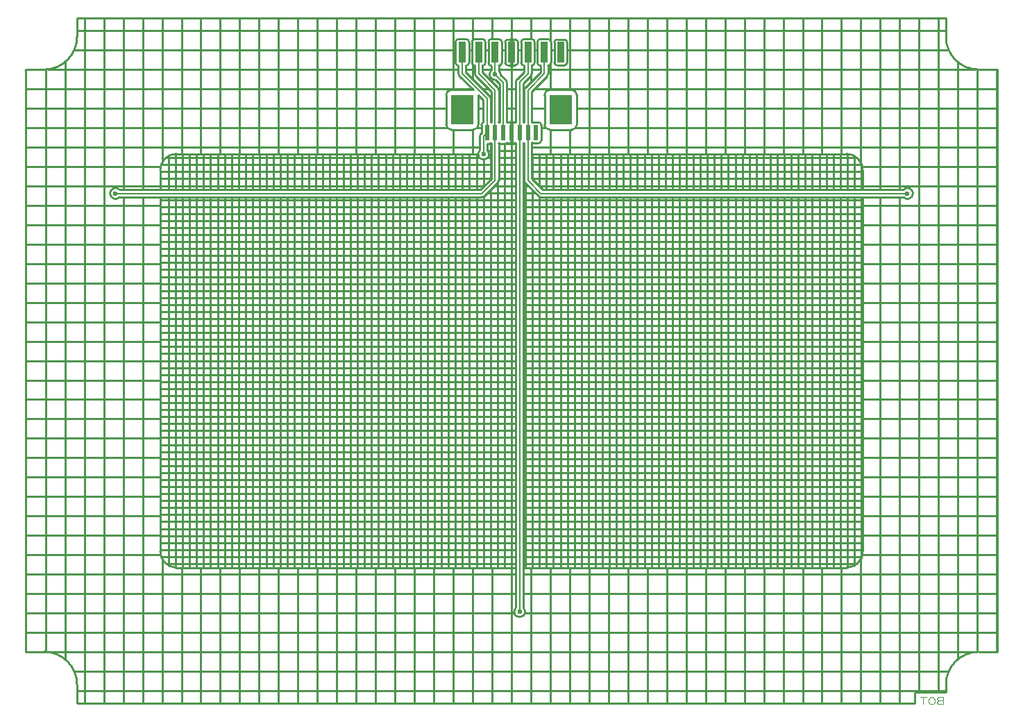
<source format=gbr>
G04 GENERATED BY PULSONIX 7.0 GERBER.DLL 4573*
%INHILLSTAR_95X60_EL_V1_0*%
%LNGERBER_BOTTOM*%
%FSLAX33Y33*%
%IPPOS*%
%LPD*%
%OFA0B0*%
%MOMM*%
%ADD15C,0.125*%
%ADD145C,0.400*%
%ADD146C,0.250*%
%ADD180C,0.600*%
%ADD345C,0.150*%
%ADD403R,0.600X1.900*%
%ADD410R,2.700X3.600*%
%ADD5672R,0.900X2.500*%
X0Y0D02*
D02*
D15*
X182151Y85574D02*
X182004Y85500D01*
X181930Y85353*
X182004Y85206*
X182151Y85133*
X182666*
Y86015*
X182151*
X182004Y85941*
X181930Y85794*
X182004Y85647*
X182151Y85574*
X182666*
X181653Y85427D02*
X181653Y85721D01*
X181580Y85868*
X181506Y85941*
X181359Y86015*
X181212*
X181065Y85941*
X180991Y85868*
X180918Y85721*
Y85427*
X180991Y85280*
X181065Y85206*
X181212Y85133*
X181359*
X181506Y85206*
X181580Y85280*
X181653Y85427*
X180273Y85133D02*
X180273Y86015D01*
X180641D02*
X179905Y86015D01*
D02*
D145*
X130028Y154087D02*
Y153487D01*
Y155587D02*
Y156187D01*
Y163587D02*
Y162987D01*
Y165687D02*
Y166287D01*
D02*
D146*
X70728Y162437D02*
Y91537D01*
X73028*
G75*
G02X77028Y87537J-4000*
G01*
Y85237*
X179228*
Y86437*
G75*
G02X179428Y86637I200*
G01*
X183028*
Y87537*
G75*
G02X187028Y91537I4000*
G01*
X189328*
Y162537*
X187028*
G75*
G02X183028Y166537J4000*
G01*
Y168837*
X77028*
Y166537*
G75*
G02X73028Y162537I-4000*
G01*
X70828*
G75*
G03X70728Y162437J-100*
G01*
X82231Y146987D02*
G75*
G02X81053Y147437I-503J450D01*
G01*
G75*
G02X82231Y147887I675*
G01*
X87178*
Y150272*
G75*
G02X89178Y152272I2000*
G01*
X125954*
G75*
G02X126178Y152740I674J-35*
G01*
Y154437*
G75*
G02X126310Y154755I450*
G01*
X126353Y154798*
Y155787*
G75*
G02X126578Y156131I375*
G01*
Y158851*
X126003Y159426*
Y155837*
G75*
G02X125378Y155212I-625*
G01*
X122678*
G75*
G02X122053Y155837J625*
G01*
Y159437*
G75*
G02X122678Y160062I625*
G01*
X125367*
X123682Y161747*
G75*
G02X123550Y162065I318J318*
G01*
Y163013*
G75*
G02X123203Y163387I28J374*
G01*
Y165887*
G75*
G02X123578Y166262I375*
G01*
X124478*
G75*
G02X124853Y165887J-375*
G01*
Y163387*
G75*
G02X124478Y163012I-375*
G01*
X124450*
Y162251*
X127346Y159355*
G75*
G02X127478Y159037I-318J-318*
G01*
Y156131*
G75*
G02X127528Y156104I-153J-344*
G01*
G75*
G02X127578Y156131I203J-317*
G01*
Y159851*
X125710Y161719*
G75*
G02X125578Y162037I318J318*
G01*
Y163012*
G75*
G02X125203Y163387J375*
G01*
Y165887*
G75*
G02X125578Y166262I375*
G01*
X126478*
G75*
G02X126853Y165887J-375*
G01*
Y163387*
G75*
G02X126478Y163012I-375*
G01*
Y162223*
X128346Y160355*
G75*
G02X128478Y160037I-318J-318*
G01*
Y156131*
G75*
G02X128528Y156104I-153J-344*
G01*
G75*
G02X128578Y156131I203J-317*
G01*
Y160751*
X128066Y161263*
G75*
G02X127578Y162440I-38J674*
G01*
Y163012*
G75*
G02X127203Y163387J375*
G01*
Y165887*
G75*
G02X127578Y166262I375*
G01*
X128478*
G75*
G02X128853Y165887J-375*
G01*
Y163387*
G75*
G02X128478Y163012I-375*
G01*
Y162440*
G75*
G02X128702Y161899I-450J-503*
G01*
X129346Y161255*
G75*
G02X129478Y160937I-318J-318*
G01*
Y156131*
G75*
G02X129572Y156072I-151J-345*
G01*
G75*
G02X129728Y156112I156J-285*
G01*
X130328*
G75*
G02X130484Y156072J-325*
G01*
G75*
G02X130570Y156127I243J-286*
G01*
Y161037*
G75*
G02X130704Y161361I458*
G01*
X131570Y162227*
Y163012*
G75*
G02X131203Y163387I8J375*
G01*
Y165887*
G75*
G02X131578Y166262I375*
G01*
X132478*
G75*
G02X132853Y165887J-375*
G01*
Y163387*
G75*
G02X132486Y163012I-375*
G01*
Y162037*
G75*
G02X132352Y161713I-458*
G01*
X131486Y160847*
Y156127*
G75*
G02X131528Y156104I-159J-340*
G01*
G75*
G02X131570Y156127I201J-317*
G01*
Y160037*
G75*
G02X131704Y160361I458*
G01*
X133570Y162227*
Y163012*
G75*
G02X133203Y163387I8J375*
G01*
Y165887*
G75*
G02X133578Y166262I375*
G01*
X134478*
G75*
G02X134853Y165887J-375*
G01*
Y163387*
G75*
G02X134486Y163012I-375*
G01*
Y162037*
G75*
G02X134352Y161713I-458*
G01*
X132486Y159847*
Y156127*
G75*
G02X132572Y156072I-157J-341*
G01*
G75*
G02X132728Y156112I156J-285*
G01*
X133328*
G75*
G02X133653Y155787J-325*
G01*
Y153887*
G75*
G02X133328Y153562I-325*
G01*
X132728*
G75*
G02X132572Y153602J325*
G01*
G75*
G02X132486Y153547I-243J286*
G01*
Y152272*
X170878*
G75*
G02X172878Y150272J-2000*
G01*
Y147895*
X177832*
G75*
G02X179003Y147437I496J-458*
G01*
G75*
G02X177832Y146979I-675*
G01*
X172878*
Y103802*
G75*
G02X170878Y101802I-2000*
G01*
X131486*
Y96933*
G75*
G02X131703Y96437I-458J-496*
G01*
G75*
G02X130353I-675*
G01*
G75*
G02X130570Y96933I675*
G01*
Y101802*
X89178*
G75*
G02X87178Y103802J2000*
G01*
Y146987*
X82231*
X129253Y163387D02*
Y165887D01*
G75*
G02X129578Y166212I325*
G01*
X130478*
G75*
G02X130803Y165887J-325*
G01*
Y163387*
G75*
G02X130478Y163062I-325*
G01*
X129578*
G75*
G02X129253Y163387J325*
G01*
X134053Y155837D02*
Y159437D01*
G75*
G02X134678Y160062I625*
G01*
X137378*
G75*
G02X138003Y159437J-625*
G01*
Y155837*
G75*
G02X137378Y155212I-625*
G01*
X134678*
G75*
G02X134053Y155837J625*
G01*
X135253Y163387D02*
Y165887D01*
G75*
G02X135578Y166212I325*
G01*
X136478*
G75*
G02X136803Y165887J-325*
G01*
Y163387*
G75*
G02X136478Y163062I-325*
G01*
X135578*
G75*
G02X135253Y163387J325*
G01*
X77028Y86780D02*
X183028D01*
X76689Y89149D02*
X183367D01*
X73432Y91517D02*
X186624D01*
X70728Y93885D02*
X189328D01*
X70728Y96253D02*
X130379D01*
X131677D02*
X189328D01*
X70728Y98621D02*
X130570D01*
X131486D02*
X189328D01*
X70728Y100989D02*
X130570D01*
X131486D02*
X189328D01*
X70728Y103357D02*
X87228D01*
X172828D02*
X189328D01*
X70728Y105725D02*
X87178D01*
X172878D02*
X189328D01*
X70728Y108093D02*
X87178D01*
X172878D02*
X189328D01*
X70728Y110461D02*
X87178D01*
X172878D02*
X189328D01*
X70728Y112829D02*
X87178D01*
X172878D02*
X189328D01*
X70728Y115197D02*
X87178D01*
X172878D02*
X189328D01*
X70728Y117565D02*
X87178D01*
X172878D02*
X189328D01*
X70728Y119933D02*
X87178D01*
X172878D02*
X189328D01*
X70728Y122301D02*
X87178D01*
X172878D02*
X189328D01*
X70728Y124669D02*
X87178D01*
X172878D02*
X189328D01*
X70728Y127037D02*
X87178D01*
X172878D02*
X189328D01*
X70728Y129405D02*
X87178D01*
X172878D02*
X189328D01*
X70728Y131773D02*
X87178D01*
X172878D02*
X189328D01*
X70728Y134141D02*
X87178D01*
X172878D02*
X189328D01*
X70728Y136509D02*
X87178D01*
X172878D02*
X189328D01*
X70728Y138877D02*
X87178D01*
X172878D02*
X189328D01*
X70728Y141245D02*
X87178D01*
X172878D02*
X189328D01*
X70728Y143613D02*
X87178D01*
X172878D02*
X189328D01*
X70728Y145981D02*
X87178D01*
X172878D02*
X189328D01*
X70728Y148349D02*
X87178D01*
X172878D02*
X189328D01*
X70728Y150717D02*
X87228D01*
X172828D02*
X189328D01*
X70728Y153085D02*
X126178D01*
X132486D02*
X189328D01*
X70728Y155453D02*
X122185D01*
X125872D02*
X126353D01*
X133653D02*
X134185D01*
X137872D02*
X189328D01*
X70728Y157821D02*
X122053D01*
X126003D02*
X126578D01*
X127478D02*
X127578D01*
X128478D02*
X128578D01*
X129478D02*
X130570D01*
X131486D02*
X131570D01*
X132486D02*
X134053D01*
X138003D02*
X189328D01*
X70728Y160189D02*
X125239D01*
X126512D02*
X127239D01*
X128452D02*
X128578D01*
X129478D02*
X130570D01*
X131486D02*
X131596D01*
X132828D02*
X189328D01*
X73432Y162557D02*
X123550D01*
X124450D02*
X125578D01*
X126478D02*
X127578D01*
X128478D02*
X131570D01*
X132486D02*
X133570D01*
X134486D02*
X186624D01*
X76689Y164925D02*
X123203D01*
X124853D02*
X125203D01*
X126853D02*
X127203D01*
X128853D02*
X129253D01*
X130803D02*
X131203D01*
X132853D02*
X133203D01*
X134853D02*
X135253D01*
X136803D02*
X183367D01*
X77028Y167294D02*
X183028D01*
X73195Y91534D02*
Y162541D01*
X75563Y90631D02*
Y163443D01*
X77931Y85237D02*
Y168837D01*
X80300Y85237D02*
Y168837D01*
X82668Y85237D02*
Y146987D01*
Y147887D02*
Y168837D01*
X85036Y85237D02*
Y146987D01*
Y147887D02*
Y168837D01*
X87404Y85237D02*
Y102880D01*
Y151195D02*
Y168837D01*
X89772Y85237D02*
Y101802D01*
Y152272D02*
Y168837D01*
X92140Y85237D02*
Y101802D01*
Y152272D02*
Y168837D01*
X94508Y85237D02*
Y101802D01*
Y152272D02*
Y168837D01*
X96876Y85237D02*
Y101802D01*
Y152272D02*
Y168837D01*
X99244Y85237D02*
Y101802D01*
Y152272D02*
Y168837D01*
X101612Y85237D02*
Y101802D01*
Y152272D02*
Y168837D01*
X103980Y85237D02*
Y101802D01*
Y152272D02*
Y168837D01*
X106348Y85237D02*
Y101802D01*
Y152272D02*
Y168837D01*
X108716Y85237D02*
Y101802D01*
Y152272D02*
Y168837D01*
X111084Y85237D02*
Y101802D01*
Y152272D02*
Y168837D01*
X113452Y85237D02*
Y101802D01*
Y152272D02*
Y168837D01*
X115820Y85237D02*
Y101802D01*
Y152272D02*
Y168837D01*
X118188Y85237D02*
Y101802D01*
Y152272D02*
Y168837D01*
X120556Y85237D02*
Y101802D01*
Y152272D02*
Y168837D01*
X122924Y85237D02*
Y101802D01*
Y152272D02*
Y155212D01*
Y160062D02*
Y168837D01*
X125292Y85237D02*
Y101802D01*
Y152272D02*
Y155212D01*
Y160062D02*
Y160137D01*
Y161409D02*
Y163145D01*
Y166129D02*
Y168837D01*
X127660Y85237D02*
Y101802D01*
Y161041D02*
Y161371D01*
Y166262D02*
Y168837D01*
X130028Y85237D02*
Y101802D01*
Y156112D02*
Y163062D01*
Y166212D02*
Y168837D01*
X132396Y85237D02*
Y101802D01*
Y161053D02*
Y161764D01*
Y166262D02*
Y168837D01*
X134764Y85237D02*
Y101802D01*
Y152272D02*
Y155212D01*
Y160062D02*
Y163145D01*
Y166129D02*
Y168837D01*
X137132Y85237D02*
Y101802D01*
Y152272D02*
Y155212D01*
Y160062D02*
Y168837D01*
X139500Y85237D02*
Y101802D01*
Y152272D02*
Y168837D01*
X141868Y85237D02*
Y101802D01*
Y152272D02*
Y168837D01*
X144236Y85237D02*
Y101802D01*
Y152272D02*
Y168837D01*
X146604Y85237D02*
Y101802D01*
Y152272D02*
Y168837D01*
X148972Y85237D02*
Y101802D01*
Y152272D02*
Y168837D01*
X151340Y85237D02*
Y101802D01*
Y152272D02*
Y168837D01*
X153708Y85237D02*
Y101802D01*
Y152272D02*
Y168837D01*
X156076Y85237D02*
Y101802D01*
Y152272D02*
Y168837D01*
X158444Y85237D02*
Y101802D01*
Y152272D02*
Y168837D01*
X160813Y85237D02*
Y101802D01*
Y152272D02*
Y168837D01*
X163181Y85237D02*
Y101802D01*
Y152272D02*
Y168837D01*
X165549Y85237D02*
Y101802D01*
Y152272D02*
Y168837D01*
X167917Y85237D02*
Y101802D01*
Y152272D02*
Y168837D01*
X170285Y85237D02*
Y101802D01*
Y152272D02*
Y168837D01*
X172653Y85237D02*
Y102880D01*
Y151195D02*
Y168837D01*
X175021Y85237D02*
Y146979D01*
Y147895D02*
Y168837D01*
X177389Y85237D02*
Y146979D01*
Y147895D02*
Y168837D01*
X179757Y86637D02*
Y168837D01*
X182125Y86637D02*
Y168837D01*
X184493Y90631D02*
Y163443D01*
X186861Y91534D02*
Y162541D01*
X189229Y91537D02*
Y162537D01*
X87178Y146987D02*
Y103802D01*
G75*
G03X89178Y101802I2000*
G01*
X130570*
Y153547*
G75*
G02X130484Y153602I157J341*
G01*
G75*
G02X130328Y153562I-156J285*
G01*
X129728*
G75*
G02X129572Y153602J325*
G01*
G75*
G02X129328Y153512I-244J285*
G01*
X128728*
G75*
G02X128528Y153570J375*
G01*
G75*
G02X128478Y153543I-203J317*
G01*
Y149037*
G75*
G02X128346Y148719I-450*
G01*
X126746Y147119*
G75*
G02X126428Y146987I-318J318*
G01*
X87178*
X87876Y102284D02*
X130570D01*
X87292Y103138D02*
X130570D01*
X87178Y103991D02*
X130570D01*
X87178Y104845D02*
X130570D01*
X87178Y105698D02*
X130570D01*
X87178Y106552D02*
X130570D01*
X87178Y107405D02*
X130570D01*
X87178Y108259D02*
X130570D01*
X87178Y109112D02*
X130570D01*
X87178Y109966D02*
X130570D01*
X87178Y110820D02*
X130570D01*
X87178Y111673D02*
X130570D01*
X87178Y112527D02*
X130570D01*
X87178Y113380D02*
X130570D01*
X87178Y114234D02*
X130570D01*
X87178Y115087D02*
X130570D01*
X87178Y115941D02*
X130570D01*
X87178Y116794D02*
X130570D01*
X87178Y117648D02*
X130570D01*
X87178Y118502D02*
X130570D01*
X87178Y119355D02*
X130570D01*
X87178Y120209D02*
X130570D01*
X87178Y121062D02*
X130570D01*
X87178Y121916D02*
X130570D01*
X87178Y122769D02*
X130570D01*
X87178Y123623D02*
X130570D01*
X87178Y124476D02*
X130570D01*
X87178Y125330D02*
X130570D01*
X87178Y126183D02*
X130570D01*
X87178Y127037D02*
X130570D01*
X87178Y127891D02*
X130570D01*
X87178Y128744D02*
X130570D01*
X87178Y129598D02*
X130570D01*
X87178Y130451D02*
X130570D01*
X87178Y131305D02*
X130570D01*
X87178Y132158D02*
X130570D01*
X87178Y133012D02*
X130570D01*
X87178Y133865D02*
X130570D01*
X87178Y134719D02*
X130570D01*
X87178Y135573D02*
X130570D01*
X87178Y136426D02*
X130570D01*
X87178Y137280D02*
X130570D01*
X87178Y138133D02*
X130570D01*
X87178Y138987D02*
X130570D01*
X87178Y139840D02*
X130570D01*
X87178Y140694D02*
X130570D01*
X87178Y141547D02*
X130570D01*
X87178Y142401D02*
X130570D01*
X87178Y143254D02*
X130570D01*
X87178Y144108D02*
X130570D01*
X87178Y144962D02*
X130570D01*
X87178Y145815D02*
X130570D01*
X87178Y146669D02*
X130570D01*
X127150Y147522D02*
X130570D01*
X128003Y148376D02*
X130570D01*
X128478Y149229D02*
X130570D01*
X128478Y150083D02*
X130570D01*
X128478Y150936D02*
X130570D01*
X128478Y151790D02*
X130570D01*
X128478Y152644D02*
X130570D01*
X128478Y153497D02*
X130570D01*
X88204Y102055D02*
Y146987D01*
X89058Y101806D02*
Y146987D01*
X89911Y101802D02*
Y146987D01*
X90765Y101802D02*
Y146987D01*
X91618Y101802D02*
Y146987D01*
X92472Y101802D02*
Y146987D01*
X93325Y101802D02*
Y146987D01*
X94179Y101802D02*
Y146987D01*
X95033Y101802D02*
Y146987D01*
X95886Y101802D02*
Y146987D01*
X96740Y101802D02*
Y146987D01*
X97593Y101802D02*
Y146987D01*
X98447Y101802D02*
Y146987D01*
X99300Y101802D02*
Y146987D01*
X100154Y101802D02*
Y146987D01*
X101007Y101802D02*
Y146987D01*
X101861Y101802D02*
Y146987D01*
X102715Y101802D02*
Y146987D01*
X103568Y101802D02*
Y146987D01*
X104422Y101802D02*
Y146987D01*
X105275Y101802D02*
Y146987D01*
X106129Y101802D02*
Y146987D01*
X106982Y101802D02*
Y146987D01*
X107836Y101802D02*
Y146987D01*
X108689Y101802D02*
Y146987D01*
X109543Y101802D02*
Y146987D01*
X110396Y101802D02*
Y146987D01*
X111250Y101802D02*
Y146987D01*
X112104Y101802D02*
Y146987D01*
X112957Y101802D02*
Y146987D01*
X113811Y101802D02*
Y146987D01*
X114664Y101802D02*
Y146987D01*
X115518Y101802D02*
Y146987D01*
X116371Y101802D02*
Y146987D01*
X117225Y101802D02*
Y146987D01*
X118078Y101802D02*
Y146987D01*
X118932Y101802D02*
Y146987D01*
X119786Y101802D02*
Y146987D01*
X120639Y101802D02*
Y146987D01*
X121493Y101802D02*
Y146987D01*
X122346Y101802D02*
Y146987D01*
X123200Y101802D02*
Y146987D01*
X124053Y101802D02*
Y146987D01*
X124907Y101802D02*
Y146987D01*
X125760Y101802D02*
Y146987D01*
X126614Y101802D02*
Y147027D01*
X127467Y101802D02*
Y147840D01*
X128321Y101802D02*
Y148694D01*
X129175Y101802D02*
Y153512D01*
X130028Y101802D02*
Y153562D01*
X87178Y147887D02*
X126242D01*
X127578Y149223*
Y153543*
G75*
G02X127528Y153570I153J344*
G01*
G75*
G02X127328Y153512I-200J317*
G01*
X127078*
Y152740*
G75*
G02X127303Y152237I-450J-503*
G01*
G75*
G02X125953I-675*
G01*
G75*
G02X125954Y152272I675J-2*
G01*
X89178*
G75*
G03X87178Y150272J-2000*
G01*
Y147887*
Y148376D02*
X126730D01*
X87178Y149229D02*
X127578D01*
X87178Y150083D02*
X127578D01*
X87292Y150936D02*
X127578D01*
X87876Y151790D02*
X126122D01*
X127134D02*
X127578D01*
X127167Y152644D02*
X127578D01*
X127078Y153497D02*
X127578D01*
X88204Y147887D02*
Y152019D01*
X89058Y147887D02*
Y152268D01*
X89911Y147887D02*
Y152272D01*
X90765Y147887D02*
Y152272D01*
X91618Y147887D02*
Y152272D01*
X92472Y147887D02*
Y152272D01*
X93325Y147887D02*
Y152272D01*
X94179Y147887D02*
Y152272D01*
X95033Y147887D02*
Y152272D01*
X95886Y147887D02*
Y152272D01*
X96740Y147887D02*
Y152272D01*
X97593Y147887D02*
Y152272D01*
X98447Y147887D02*
Y152272D01*
X99300Y147887D02*
Y152272D01*
X100154Y147887D02*
Y152272D01*
X101007Y147887D02*
Y152272D01*
X101861Y147887D02*
Y152272D01*
X102715Y147887D02*
Y152272D01*
X103568Y147887D02*
Y152272D01*
X104422Y147887D02*
Y152272D01*
X105275Y147887D02*
Y152272D01*
X106129Y147887D02*
Y152272D01*
X106982Y147887D02*
Y152272D01*
X107836Y147887D02*
Y152272D01*
X108689Y147887D02*
Y152272D01*
X109543Y147887D02*
Y152272D01*
X110396Y147887D02*
Y152272D01*
X111250Y147887D02*
Y152272D01*
X112104Y147887D02*
Y152272D01*
X112957Y147887D02*
Y152272D01*
X113811Y147887D02*
Y152272D01*
X114664Y147887D02*
Y152272D01*
X115518Y147887D02*
Y152272D01*
X116371Y147887D02*
Y152272D01*
X117225Y147887D02*
Y152272D01*
X118078Y147887D02*
Y152272D01*
X118932Y147887D02*
Y152272D01*
X119786Y147887D02*
Y152272D01*
X120639Y147887D02*
Y152272D01*
X121493Y147887D02*
Y152272D01*
X122346Y147887D02*
Y152272D01*
X123200Y147887D02*
Y152272D01*
X124053Y147887D02*
Y152272D01*
X124907Y147887D02*
Y152272D01*
X125760Y147887D02*
Y152272D01*
X126614Y148259D02*
Y151562D01*
X127467Y149113D02*
Y153539D01*
X131486Y101802D02*
X170878D01*
G75*
G03X172878Y103802J2000*
G01*
Y146979*
X133628*
G75*
G02X133304Y147113J458*
G01*
X131704Y148713*
G75*
G02X131570Y149037I324J324*
G01*
Y153547*
G75*
G02X131528Y153570I159J340*
G01*
G75*
G02X131486Y153547I-201J317*
G01*
Y101802*
Y102284D02*
X172180D01*
X131486Y103138D02*
X172765D01*
X131486Y103991D02*
X172878D01*
X131486Y104845D02*
X172878D01*
X131486Y105698D02*
X172878D01*
X131486Y106552D02*
X172878D01*
X131486Y107405D02*
X172878D01*
X131486Y108259D02*
X172878D01*
X131486Y109112D02*
X172878D01*
X131486Y109966D02*
X172878D01*
X131486Y110820D02*
X172878D01*
X131486Y111673D02*
X172878D01*
X131486Y112527D02*
X172878D01*
X131486Y113380D02*
X172878D01*
X131486Y114234D02*
X172878D01*
X131486Y115087D02*
X172878D01*
X131486Y115941D02*
X172878D01*
X131486Y116794D02*
X172878D01*
X131486Y117648D02*
X172878D01*
X131486Y118502D02*
X172878D01*
X131486Y119355D02*
X172878D01*
X131486Y120209D02*
X172878D01*
X131486Y121062D02*
X172878D01*
X131486Y121916D02*
X172878D01*
X131486Y122769D02*
X172878D01*
X131486Y123623D02*
X172878D01*
X131486Y124476D02*
X172878D01*
X131486Y125330D02*
X172878D01*
X131486Y126183D02*
X172878D01*
X131486Y127037D02*
X172878D01*
X131486Y127891D02*
X172878D01*
X131486Y128744D02*
X172878D01*
X131486Y129598D02*
X172878D01*
X131486Y130451D02*
X172878D01*
X131486Y131305D02*
X172878D01*
X131486Y132158D02*
X172878D01*
X131486Y133012D02*
X172878D01*
X131486Y133865D02*
X172878D01*
X131486Y134719D02*
X172878D01*
X131486Y135573D02*
X172878D01*
X131486Y136426D02*
X172878D01*
X131486Y137280D02*
X172878D01*
X131486Y138133D02*
X172878D01*
X131486Y138987D02*
X172878D01*
X131486Y139840D02*
X172878D01*
X131486Y140694D02*
X172878D01*
X131486Y141547D02*
X172878D01*
X131486Y142401D02*
X172878D01*
X131486Y143254D02*
X172878D01*
X131486Y144108D02*
X172878D01*
X131486Y144962D02*
X172878D01*
X131486Y145815D02*
X172878D01*
X131486Y146669D02*
X172878D01*
X131486Y147522D02*
X132895D01*
X131486Y148376D02*
X132042D01*
X131486Y149229D02*
X131570D01*
X131486Y150083D02*
X131570D01*
X131486Y150936D02*
X131570D01*
X131486Y151790D02*
X131570D01*
X131486Y152644D02*
X131570D01*
X131486Y153497D02*
X131570D01*
X131735Y101802D02*
Y148682D01*
X132589Y101802D02*
Y147829D01*
X133442Y101802D02*
Y147018D01*
X134296Y101802D02*
Y146979D01*
X135149Y101802D02*
Y146979D01*
X136003Y101802D02*
Y146979D01*
X136857Y101802D02*
Y146979D01*
X137710Y101802D02*
Y146979D01*
X138564Y101802D02*
Y146979D01*
X139417Y101802D02*
Y146979D01*
X140271Y101802D02*
Y146979D01*
X141124Y101802D02*
Y146979D01*
X141978Y101802D02*
Y146979D01*
X142831Y101802D02*
Y146979D01*
X143685Y101802D02*
Y146979D01*
X144538Y101802D02*
Y146979D01*
X145392Y101802D02*
Y146979D01*
X146246Y101802D02*
Y146979D01*
X147099Y101802D02*
Y146979D01*
X147953Y101802D02*
Y146979D01*
X148806Y101802D02*
Y146979D01*
X149660Y101802D02*
Y146979D01*
X150513Y101802D02*
Y146979D01*
X151367Y101802D02*
Y146979D01*
X152220Y101802D02*
Y146979D01*
X153074Y101802D02*
Y146979D01*
X153928Y101802D02*
Y146979D01*
X154781Y101802D02*
Y146979D01*
X155635Y101802D02*
Y146979D01*
X156488Y101802D02*
Y146979D01*
X157342Y101802D02*
Y146979D01*
X158195Y101802D02*
Y146979D01*
X159049Y101802D02*
Y146979D01*
X159902Y101802D02*
Y146979D01*
X160756Y101802D02*
Y146979D01*
X161609Y101802D02*
Y146979D01*
X162463Y101802D02*
Y146979D01*
X163317Y101802D02*
Y146979D01*
X164170Y101802D02*
Y146979D01*
X165024Y101802D02*
Y146979D01*
X165877Y101802D02*
Y146979D01*
X166731Y101802D02*
Y146979D01*
X167584Y101802D02*
Y146979D01*
X168438Y101802D02*
Y146979D01*
X169291Y101802D02*
Y146979D01*
X170145Y101802D02*
Y146979D01*
X170999Y101806D02*
Y146979D01*
X171852Y102055D02*
Y146979D01*
X172706Y102989D02*
Y146979D01*
X132486Y152272D02*
Y149227D01*
X133818Y147895*
X172878*
Y150272*
G75*
G03X170878Y152272I-2000*
G01*
X132486*
X133337Y148376D02*
X172878D01*
X132486Y149229D02*
X172878D01*
X132486Y150083D02*
X172878D01*
X132486Y150936D02*
X172765D01*
X132486Y151790D02*
X172180D01*
X132589Y149124D02*
Y152272D01*
X133442Y148271D02*
Y152272D01*
X134296Y147895D02*
Y152272D01*
X135149Y147895D02*
Y152272D01*
X136003Y147895D02*
Y152272D01*
X136857Y147895D02*
Y152272D01*
X137710Y147895D02*
Y152272D01*
X138564Y147895D02*
Y152272D01*
X139417Y147895D02*
Y152272D01*
X140271Y147895D02*
Y152272D01*
X141124Y147895D02*
Y152272D01*
X141978Y147895D02*
Y152272D01*
X142831Y147895D02*
Y152272D01*
X143685Y147895D02*
Y152272D01*
X144538Y147895D02*
Y152272D01*
X145392Y147895D02*
Y152272D01*
X146246Y147895D02*
Y152272D01*
X147099Y147895D02*
Y152272D01*
X147953Y147895D02*
Y152272D01*
X148806Y147895D02*
Y152272D01*
X149660Y147895D02*
Y152272D01*
X150513Y147895D02*
Y152272D01*
X151367Y147895D02*
Y152272D01*
X152220Y147895D02*
Y152272D01*
X153074Y147895D02*
Y152272D01*
X153928Y147895D02*
Y152272D01*
X154781Y147895D02*
Y152272D01*
X155635Y147895D02*
Y152272D01*
X156488Y147895D02*
Y152272D01*
X157342Y147895D02*
Y152272D01*
X158195Y147895D02*
Y152272D01*
X159049Y147895D02*
Y152272D01*
X159902Y147895D02*
Y152272D01*
X160756Y147895D02*
Y152272D01*
X161609Y147895D02*
Y152272D01*
X162463Y147895D02*
Y152272D01*
X163317Y147895D02*
Y152272D01*
X164170Y147895D02*
Y152272D01*
X165024Y147895D02*
Y152272D01*
X165877Y147895D02*
Y152272D01*
X166731Y147895D02*
Y152272D01*
X167584Y147895D02*
Y152272D01*
X168438Y147895D02*
Y152272D01*
X169291Y147895D02*
Y152272D01*
X170145Y147895D02*
Y152272D01*
X170999Y147895D02*
Y152268D01*
X171852Y147895D02*
Y152019D01*
X172706Y147895D02*
Y151085D01*
D02*
D180*
X81728Y147437D03*
X124028Y163937D03*
Y165337D03*
X126028Y163937D03*
Y165337D03*
X126628Y152237D03*
X128028Y161937D03*
Y163937D03*
Y165337D03*
X130028Y163937D03*
Y165337D03*
X131028Y96437D03*
X132028Y163937D03*
Y165337D03*
X134028Y163937D03*
Y165337D03*
X136028Y163937D03*
Y165337D03*
X178328Y147437D03*
D02*
D345*
X81728D02*
X126428D01*
X128028Y149037*
Y160037*
X126028Y162037*
Y163937*
X124028D02*
X124000D01*
Y162065*
X127028Y159037*
Y154837*
X126628Y154437*
Y152237*
X128028Y161937D02*
Y163937D01*
X129028Y154837D02*
Y160937D01*
X128028Y161937*
X131028Y154837D02*
Y96437D01*
Y154837D02*
Y161037D01*
X132028Y162037*
Y163937*
Y154837D02*
Y149037D01*
X133628Y147437*
X178328*
X132028Y154837D02*
Y160037D01*
X134028Y162037*
Y163937*
D02*
D403*
X127028Y154837D03*
X128028D03*
X129028D03*
X130028D03*
X131028D03*
X132028D03*
X133028D03*
D02*
D410*
X124028Y157637D03*
X136028D03*
D02*
D5672*
X124028Y164637D03*
X126028D03*
X128028D03*
X130028D03*
X132028D03*
X134028D03*
X136028D03*
X0Y0D02*
M02*

</source>
